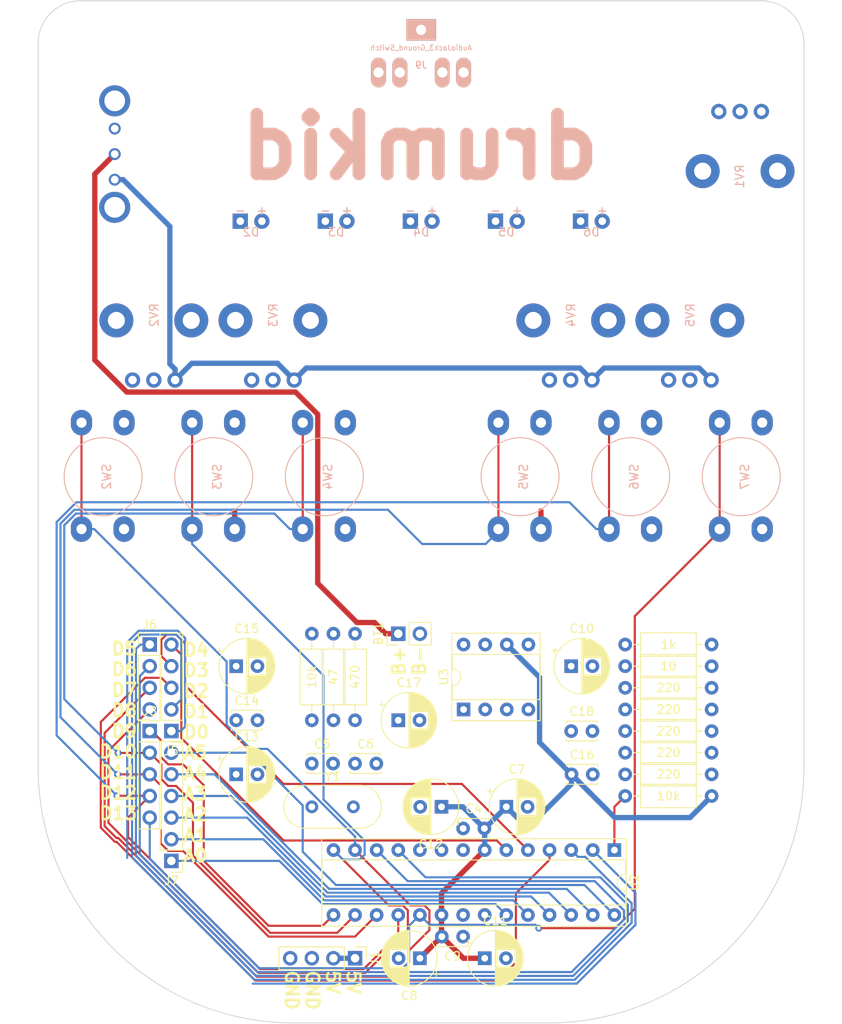
<source format=kicad_pcb>
(kicad_pcb (version 20171130) (host pcbnew "(5.0.1)-3")
  (title_block (title DrumKid) (rev 03) (company "Matt Bradshaw Design") (comment 1 "Author: Matt Bradshaw") (comment 2 "Open source design, feel free to use/modify/whatever"))
  (layers (0 F.Cu signal) (31 B.Cu signal) (34 B.Paste user) (35 F.Paste user) (36 B.SilkS user) (37 F.SilkS user hide) (38 B.Mask user) (39 F.Mask user) (44 Edge.Cuts user))
  (net 0 "")
  (net 1 GND)
  (net 2 "Net-(C10-Pad2)")
  (net 3 "Net-(J9-PadRN)")
  (net 4 "Net-(J9-PadTN)")
  (net 5 +5V)
  (net 6 "Net-(BT1-Pad1)")
  (net 7 "Net-(SW1-Pad3)")
  (net 8 "Net-(R2-Pad1)")
  (net 9 /DIGITAL_2)
  (net 10 "Net-(D2-Pad2)")
  (net 11 "Net-(D3-Pad2)")
  (net 12 /DIGITAL_3)
  (net 13 /DIGITAL_4)
  (net 14 "Net-(D4-Pad2)")
  (net 15 "Net-(D5-Pad2)")
  (net 16 /DIGITAL_5)
  (net 17 "Net-(C13-Pad1)")
  (net 18 "Net-(C14-Pad1)")
  (net 19 "Net-(R10-Pad1)")
  (net 20 "Net-(R9-Pad2)")
  (net 21 "Net-(C18-Pad2)")
  (net 22 /DIGITAL_6)
  (net 23 "Net-(D6-Pad2)")
  (net 24 /DIGITAL_9)
  (net 25 /ANALOG_3)
  (net 26 "Net-(C15-Pad2)")
  (net 27 /ANALOG_1)
  (net 28 /ANALOG_2)
  (net 29 /ANALOG_0)
  (net 30 "Net-(U3-Pad1)")
  (net 31 "Net-(C10-Pad1)")
  (net 32 "Net-(C17-Pad1)")
  (net 33 "Net-(C16-Pad2)")
  (net 34 "Net-(U3-Pad8)")
  (net 35 /DIGITAL_0)
  (net 36 /DIGITAL_10)
  (net 37 /DIGITAL_1)
  (net 38 /DIGITAL_11)
  (net 39 /DIGITAL_12)
  (net 40 /DIGITAL_13)
  (net 41 "Net-(U2-Pad21)")
  (net 42 "Net-(C5-Pad1)")
  (net 43 "Net-(C6-Pad1)")
  (net 44 /DIGITAL_7)
  (net 45 /ANALOG_4)
  (net 46 /DIGITAL_8)
  (net 47 /ANALOG_5)
  (module headphone:EG1206_NOSILK (layer B.Cu) (at 113.993946 60.991091 90)
    (fp_text reference SW1 hide)
    (fp_text value SW_SPDT hide)
    (pad MH2 thru_hole circle (at 9.25 0 90) (size 3.653 3.653) (drill 2.4352) (layers *.Cu *.Mask))
    (pad MH1 thru_hole circle (at -3.25 0 90) (size 3.653 3.653) (drill 2.4352) (layers *.Cu *.Mask))
    (pad 3 thru_hole circle (at 6 0 90) (size 1.4 1.4) (drill 0.9) (layers *.Cu *.Mask) (net 7 "Net-(SW1-Pad3)"))
    (pad 2 thru_hole circle (at 3 0 90) (size 1.4 1.4) (drill 0.9) (layers *.Cu *.Mask) (net 6 "Net-(BT1-Pad1)"))
    (pad 1 thru_hole circle (at 0 0 90) (size 1.4 1.4) (drill 0.9) (layers *.Cu *.Mask) (net 5 +5V))
  )
  (module headphone:R_Axial_DIN0207_L6.3mm_D2.5mm_P10.16mm_Horizontal_VALMOD (layer F.Cu) (at 139.7 124.46 90)
    (fp_text reference R1)
    (fp_text value 47 (at 5.08 0 90) (layer F.SilkS))
    (pad 2 thru_hole oval (at 10.16 0 90) (size 1.6 1.6) (drill 0.8) (layers *.Cu *.Mask) (net 24 /DIGITAL_9))
    (pad 1 thru_hole circle (at 0 0 90) (size 1.6 1.6) (drill 0.8) (layers *.Cu *.Mask) (net 17 "Net-(C13-Pad1)"))
  )
  (module headphone:R_Axial_DIN0207_L6.3mm_D2.5mm_P10.16mm_Horizontal_VALMOD (layer F.Cu) (at 173.99 130.81)
    (fp_text reference R7)
    (fp_text value 220 (at 5.08 0) (layer F.SilkS))
    (pad 2 thru_hole oval (at 10.16 0) (size 1.6 1.6) (drill 0.8) (layers *.Cu *.Mask) (net 22 /DIGITAL_6))
    (pad 1 thru_hole circle (at 0 0) (size 1.6 1.6) (drill 0.8) (layers *.Cu *.Mask) (net 23 "Net-(D6-Pad2)"))
  )
  (module headphone:R_Axial_DIN0207_L6.3mm_D2.5mm_P10.16mm_Horizontal_VALMOD (layer F.Cu) (at 173.99 118.11)
    (fp_text reference R11)
    (fp_text value 10 (at 5.08 0) (layer F.SilkS))
    (pad 2 thru_hole oval (at 10.16 0) (size 1.6 1.6) (drill 0.8) (layers *.Cu *.Mask) (net 1 GND))
    (pad 1 thru_hole circle (at 0 0) (size 1.6 1.6) (drill 0.8) (layers *.Cu *.Mask) (net 21 "Net-(C18-Pad2)"))
  )
  (module headphone:R_Axial_DIN0207_L6.3mm_D2.5mm_P10.16mm_Horizontal_VALMOD (layer F.Cu) (at 173.99 115.57)
    (fp_text reference R10)
    (fp_text value 1k (at 5.08 0) (layer F.SilkS))
    (pad 2 thru_hole oval (at 10.16 0) (size 1.6 1.6) (drill 0.8) (layers *.Cu *.Mask) (net 1 GND))
    (pad 1 thru_hole circle (at 0 0) (size 1.6 1.6) (drill 0.8) (layers *.Cu *.Mask) (net 19 "Net-(R10-Pad1)"))
  )
  (module headphone:R_Axial_DIN0207_L6.3mm_D2.5mm_P10.16mm_Horizontal_VALMOD (layer F.Cu) (at 137.16 124.46 90)
    (fp_text reference R9)
    (fp_text value 10k (at 5.08 0 90) (layer F.SilkS))
    (pad 2 thru_hole oval (at 10.16 0 90) (size 1.6 1.6) (drill 0.8) (layers *.Cu *.Mask) (net 20 "Net-(R9-Pad2)"))
    (pad 1 thru_hole circle (at 0 0 90) (size 1.6 1.6) (drill 0.8) (layers *.Cu *.Mask) (net 19 "Net-(R10-Pad1)"))
  )
  (module headphone:R_Axial_DIN0207_L6.3mm_D2.5mm_P10.16mm_Horizontal_VALMOD (layer F.Cu) (at 142.24 124.46 90)
    (fp_text reference R8)
    (fp_text value 470 (at 5.08 0 90) (layer F.SilkS))
    (pad 2 thru_hole oval (at 10.16 0 90) (size 1.6 1.6) (drill 0.8) (layers *.Cu *.Mask) (net 17 "Net-(C13-Pad1)"))
    (pad 1 thru_hole circle (at 0 0 90) (size 1.6 1.6) (drill 0.8) (layers *.Cu *.Mask) (net 18 "Net-(C14-Pad1)"))
  )
  (module headphone:R_Axial_DIN0207_L6.3mm_D2.5mm_P10.16mm_Horizontal_VALMOD (layer F.Cu) (at 173.99 128.27)
    (fp_text reference R6)
    (fp_text value 220 (at 5.08 0) (layer F.SilkS))
    (pad 2 thru_hole oval (at 10.16 0) (size 1.6 1.6) (drill 0.8) (layers *.Cu *.Mask) (net 16 /DIGITAL_5))
    (pad 1 thru_hole circle (at 0 0) (size 1.6 1.6) (drill 0.8) (layers *.Cu *.Mask) (net 15 "Net-(D5-Pad2)"))
  )
  (module headphone:R_Axial_DIN0207_L6.3mm_D2.5mm_P10.16mm_Horizontal_VALMOD (layer F.Cu) (at 173.99 125.73)
    (fp_text reference R5)
    (fp_text value 220 (at 5.08 0) (layer F.SilkS))
    (pad 2 thru_hole oval (at 10.16 0) (size 1.6 1.6) (drill 0.8) (layers *.Cu *.Mask) (net 13 /DIGITAL_4))
    (pad 1 thru_hole circle (at 0 0) (size 1.6 1.6) (drill 0.8) (layers *.Cu *.Mask) (net 14 "Net-(D4-Pad2)"))
  )
  (module headphone:R_Axial_DIN0207_L6.3mm_D2.5mm_P10.16mm_Horizontal_VALMOD (layer F.Cu) (at 173.99 123.19)
    (fp_text reference R4)
    (fp_text value 220 (at 5.08 0) (layer F.SilkS))
    (pad 2 thru_hole oval (at 10.16 0) (size 1.6 1.6) (drill 0.8) (layers *.Cu *.Mask) (net 12 /DIGITAL_3))
    (pad 1 thru_hole circle (at 0 0) (size 1.6 1.6) (drill 0.8) (layers *.Cu *.Mask) (net 11 "Net-(D3-Pad2)"))
  )
  (module headphone:R_Axial_DIN0207_L6.3mm_D2.5mm_P10.16mm_Horizontal_VALMOD (layer F.Cu) (at 173.99 120.65)
    (fp_text reference R3)
    (fp_text value 220 (at 5.08 0) (layer F.SilkS))
    (pad 2 thru_hole oval (at 10.16 0) (size 1.6 1.6) (drill 0.8) (layers *.Cu *.Mask) (net 9 /DIGITAL_2))
    (pad 1 thru_hole circle (at 0 0) (size 1.6 1.6) (drill 0.8) (layers *.Cu *.Mask) (net 10 "Net-(D2-Pad2)"))
  )
  (module headphone:R_Axial_DIN0207_L6.3mm_D2.5mm_P10.16mm_Horizontal_VALMOD (layer F.Cu) (at 173.99 133.35)
    (fp_text reference R2)
    (fp_text value 10k (at 5.08 0) (layer F.SilkS))
    (pad 2 thru_hole oval (at 10.16 0) (size 1.6 1.6) (drill 0.8) (layers *.Cu *.Mask) (net 5 +5V))
    (pad 1 thru_hole circle (at 0 0) (size 1.6 1.6) (drill 0.8) (layers *.Cu *.Mask) (net 8 "Net-(R2-Pad1)"))
  )
  (module headphone:Potentiometer_Alps_RK09K_Single_Vertical_NOSILK (layer B.Cu) (at 189.993946 52.991091 270)
    (fp_text reference RV1 (at 7.62 2.54 270) (layer B.SilkS) (effects (justify mirror)))
    (fp_text value 10k)
    (pad "" np_thru_hole circle (at 7 -1.9 270) (size 4 4) (drill 2) (layers *.Cu *.Mask))
    (pad "" np_thru_hole circle (at 7 6.9 270) (size 4 4) (drill 2) (layers *.Cu *.Mask))
    (pad 1 thru_hole circle (at 0 0 270) (size 1.8 1.8) (drill 1) (layers *.Cu *.Mask) (net 1 GND))
    (pad 2 thru_hole circle (at 0 2.5 270) (size 1.8 1.8) (drill 1) (layers *.Cu *.Mask) (net 20 "Net-(R9-Pad2)"))
    (pad 3 thru_hole circle (at 0 5 270) (size 1.8 1.8) (drill 1) (layers *.Cu *.Mask) (net 26 "Net-(C15-Pad2)"))
  )
  (module headphone:LED_D5.0mm_NOSILK (layer B.Cu) (at 168.75 65.86729)
    (fp_text reference D6 (at 1.27 1.27) (layer B.SilkS) (effects (justify mirror)))
    (fp_text value LED)
    (fp_text user - (at 0 -1.27) (layer B.SilkS) (effects (justify mirror)))
    (fp_text user + (at 2.54 -1.27) (layer B.SilkS) (effects (justify mirror)))
    (pad 2 thru_hole circle (at 2.54 0) (size 1.8 1.8) (drill 0.9) (layers *.Cu *.Mask) (net 23 "Net-(D6-Pad2)"))
    (pad 1 thru_hole rect (at 0 0) (size 1.8 1.8) (drill 0.9) (layers *.Cu *.Mask) (net 1 GND))
  )
  (module headphone:LED_D5.0mm_NOSILK (layer B.Cu) (at 158.75 65.86729)
    (fp_text reference D5 (at 1.27 1.27) (layer B.SilkS) (effects (justify mirror)))
    (fp_text value LED)
    (fp_text user - (at 0 -1.27) (layer B.SilkS) (effects (justify mirror)))
    (fp_text user + (at 2.54 -1.27) (layer B.SilkS) (effects (justify mirror)))
    (pad 2 thru_hole circle (at 2.54 0) (size 1.8 1.8) (drill 0.9) (layers *.Cu *.Mask) (net 15 "Net-(D5-Pad2)"))
    (pad 1 thru_hole rect (at 0 0) (size 1.8 1.8) (drill 0.9) (layers *.Cu *.Mask) (net 1 GND))
  )
  (module headphone:LED_D5.0mm_NOSILK (layer B.Cu) (at 148.75 65.86729)
    (fp_text reference D4 (at 1.27 1.27) (layer B.SilkS) (effects (justify mirror)))
    (fp_text value LED)
    (fp_text user - (at 0 -1.27) (layer B.SilkS) (effects (justify mirror)))
    (fp_text user + (at 2.54 -1.27) (layer B.SilkS) (effects (justify mirror)))
    (pad 2 thru_hole circle (at 2.54 0) (size 1.8 1.8) (drill 0.9) (layers *.Cu *.Mask) (net 14 "Net-(D4-Pad2)"))
    (pad 1 thru_hole rect (at 0 0) (size 1.8 1.8) (drill 0.9) (layers *.Cu *.Mask) (net 1 GND))
  )
  (module headphone:LED_D5.0mm_NOSILK (layer B.Cu) (at 138.75 65.86729)
    (fp_text reference D3 (at 1.27 1.27) (layer B.SilkS) (effects (justify mirror)))
    (fp_text value LED)
    (fp_text user - (at 0 -1.27) (layer B.SilkS) (effects (justify mirror)))
    (fp_text user + (at 2.54 -1.27) (layer B.SilkS) (effects (justify mirror)))
    (pad 2 thru_hole circle (at 2.54 0) (size 1.8 1.8) (drill 0.9) (layers *.Cu *.Mask) (net 11 "Net-(D3-Pad2)"))
    (pad 1 thru_hole rect (at 0 0) (size 1.8 1.8) (drill 0.9) (layers *.Cu *.Mask) (net 1 GND))
  )
  (module headphone:LED_D5.0mm_NOSILK (layer B.Cu) (at 128.75 65.86729)
    (fp_text reference D2 (at 1.27 1.27) (layer B.SilkS) (effects (justify mirror)))
    (fp_text value LED)
    (fp_text user - (at 0 -1.27) (layer B.SilkS) (effects (justify mirror)))
    (fp_text user + (at 2.54 -1.27) (layer B.SilkS) (effects (justify mirror)))
    (pad 2 thru_hole circle (at 2.54 0) (size 1.8 1.8) (drill 0.9) (layers *.Cu *.Mask) (net 10 "Net-(D2-Pad2)"))
    (pad 1 thru_hole rect (at 0 0) (size 1.8 1.8) (drill 0.9) (layers *.Cu *.Mask) (net 1 GND))
  )
  (module headphone:Tayda_3.5mm_stereo_TRS_jack_A-853_NOSILK (layer B.Cu) (at 150 45 180)
    (fp_text reference J9 (at 0 -2.54 180) (layer B.SilkS) (effects (font (size 0.8 0.8)) (justify mirror)))
    (fp_text value AudioJack3_Ground_Switch (at 0 -0.508 180) (layer B.SilkS) (effects (font (size 0.6 0.6) (thickness 0.1)) (justify mirror)))
    (pad TN thru_hole oval (at -2.5 -3.41 180) (size 1.75 3.5) (drill 1.2) (layers *.Cu *.Mask B.SilkS) (net 4 "Net-(J9-PadTN)"))
    (pad RN thru_hole oval (at 2.5 -3.41 180) (size 1.75 3.5) (drill 1.2) (layers *.Cu *.Mask B.SilkS) (net 3 "Net-(J9-PadRN)"))
    (pad T thru_hole oval (at -5 -3.41 180) (size 1.75 3.5) (drill 1.2) (layers *.Cu *.Mask B.SilkS) (net 2 "Net-(C10-Pad2)"))
    (pad R thru_hole oval (at 5 -3.41 180) (size 1.75 3.5) (drill 1.2) (layers *.Cu *.Mask B.SilkS) (net 2 "Net-(C10-Pad2)"))
    (pad S thru_hole rect (at 0 1.596 180) (size 3.5 2.5) (drill 1.2) (layers *.Cu *.Mask B.SilkS) (net 1 GND))
  )
  (module headphone:Potentiometer_Alps_RK09K_Single_Vertical_NOSILK (layer B.Cu) (at 116.089897 84.51729 90)
    (fp_text reference RV2 (at 7.62 2.54 90) (layer B.SilkS) (effects (justify mirror)))
    (fp_text value R_POT)
    (pad "" np_thru_hole circle (at 7 -1.9 90) (size 4 4) (drill 2) (layers *.Cu *.Mask))
    (pad "" np_thru_hole circle (at 7 6.9 90) (size 4 4) (drill 2) (layers *.Cu *.Mask))
    (pad 1 thru_hole circle (at 0 0 90) (size 1.8 1.8) (drill 1) (layers *.Cu *.Mask) (net 1 GND))
    (pad 2 thru_hole circle (at 0 2.5 90) (size 1.8 1.8) (drill 1) (layers *.Cu *.Mask) (net 29 /ANALOG_0))
    (pad 3 thru_hole circle (at 0 5 90) (size 1.8 1.8) (drill 1) (layers *.Cu *.Mask) (net 5 +5V))
  )
  (module headphone:Potentiometer_Alps_RK09K_Single_Vertical_NOSILK (layer B.Cu) (at 165.089897 84.51729 90)
    (fp_text reference RV4 (at 7.62 2.54 90) (layer B.SilkS) (effects (justify mirror)))
    (fp_text value R_POT)
    (pad "" np_thru_hole circle (at 7 -1.9 90) (size 4 4) (drill 2) (layers *.Cu *.Mask))
    (pad "" np_thru_hole circle (at 7 6.9 90) (size 4 4) (drill 2) (layers *.Cu *.Mask))
    (pad 1 thru_hole circle (at 0 0 90) (size 1.8 1.8) (drill 1) (layers *.Cu *.Mask) (net 1 GND))
    (pad 2 thru_hole circle (at 0 2.5 90) (size 1.8 1.8) (drill 1) (layers *.Cu *.Mask) (net 28 /ANALOG_2))
    (pad 3 thru_hole circle (at 0 5 90) (size 1.8 1.8) (drill 1) (layers *.Cu *.Mask) (net 5 +5V))
  )
  (module headphone:Potentiometer_Alps_RK09K_Single_Vertical_NOSILK (layer B.Cu) (at 130.089897 84.51729 90)
    (fp_text reference RV3 (at 7.62 2.54 90) (layer B.SilkS) (effects (justify mirror)))
    (fp_text value R_POT)
    (pad "" np_thru_hole circle (at 7 -1.9 90) (size 4 4) (drill 2) (layers *.Cu *.Mask))
    (pad "" np_thru_hole circle (at 7 6.9 90) (size 4 4) (drill 2) (layers *.Cu *.Mask))
    (pad 1 thru_hole circle (at 0 0 90) (size 1.8 1.8) (drill 1) (layers *.Cu *.Mask) (net 1 GND))
    (pad 2 thru_hole circle (at 0 2.5 90) (size 1.8 1.8) (drill 1) (layers *.Cu *.Mask) (net 27 /ANALOG_1))
    (pad 3 thru_hole circle (at 0 5 90) (size 1.8 1.8) (drill 1) (layers *.Cu *.Mask) (net 5 +5V))
  )
  (module headphone:Potentiometer_Alps_RK09K_Single_Vertical_NOSILK (layer B.Cu) (at 179.089897 84.51729 90)
    (fp_text reference RV5 (at 7.62 2.54 90) (layer B.SilkS) (effects (justify mirror)))
    (fp_text value R_POT)
    (pad "" np_thru_hole circle (at 7 -1.9 90) (size 4 4) (drill 2) (layers *.Cu *.Mask))
    (pad "" np_thru_hole circle (at 7 6.9 90) (size 4 4) (drill 2) (layers *.Cu *.Mask))
    (pad 1 thru_hole circle (at 0 0 90) (size 1.8 1.8) (drill 1) (layers *.Cu *.Mask) (net 1 GND))
    (pad 2 thru_hole circle (at 0 2.5 90) (size 1.8 1.8) (drill 1) (layers *.Cu *.Mask) (net 25 /ANALOG_3))
    (pad 3 thru_hole circle (at 0 5 90) (size 1.8 1.8) (drill 1) (layers *.Cu *.Mask) (net 5 +5V))
  )
  (module headphone:SW_PUSH-12mm_Wuerth-430476085716_NOSILK (layer B.Cu) (at 110.089897 89.51729 270)
    (fp_text reference SW2 (at 6.35 -2.96 270) (layer B.SilkS) (effects (justify mirror)))
    (fp_text value SW_Push)
    (pad 1 thru_hole oval (at 12.5 0 270) (size 3 2.5) (drill 1.2) (layers *.Cu *.Mask) (net 44 /DIGITAL_7))
    (pad 2 thru_hole oval (at 12.5 -5 270) (size 3 2.5) (drill 1.2) (layers *.Cu *.Mask) (net 1 GND))
    (pad 1 thru_hole oval (at 0 0 270) (size 3 2.5) (drill 1.2) (layers *.Cu *.Mask) (net 44 /DIGITAL_7))
    (pad 2 thru_hole oval (at 0 -5 270) (size 3 2.5) (drill 1.2) (layers *.Cu *.Mask) (net 1 GND))
  )
  (module headphone:SW_PUSH-12mm_Wuerth-430476085716_NOSILK (layer B.Cu) (at 185.089897 89.51729 270)
    (fp_text reference SW7 (at 6.35 -2.96 270) (layer B.SilkS) (effects (justify mirror)))
    (fp_text value SW_Push)
    (pad 1 thru_hole oval (at 12.5 0 270) (size 3 2.5) (drill 1.2) (layers *.Cu *.Mask) (net 40 /DIGITAL_13))
    (pad 2 thru_hole oval (at 12.5 -5 270) (size 3 2.5) (drill 1.2) (layers *.Cu *.Mask) (net 1 GND))
    (pad 1 thru_hole oval (at 0 0 270) (size 3 2.5) (drill 1.2) (layers *.Cu *.Mask) (net 40 /DIGITAL_13))
    (pad 2 thru_hole oval (at 0 -5 270) (size 3 2.5) (drill 1.2) (layers *.Cu *.Mask) (net 1 GND))
  )
  (module headphone:SW_PUSH-12mm_Wuerth-430476085716_NOSILK (layer B.Cu) (at 172.089897 89.51729 270)
    (fp_text reference SW6 (at 6.35 -2.96 270) (layer B.SilkS) (effects (justify mirror)))
    (fp_text value SW_Push)
    (pad 1 thru_hole oval (at 12.5 0 270) (size 3 2.5) (drill 1.2) (layers *.Cu *.Mask) (net 39 /DIGITAL_12))
    (pad 2 thru_hole oval (at 12.5 -5 270) (size 3 2.5) (drill 1.2) (layers *.Cu *.Mask) (net 1 GND))
    (pad 1 thru_hole oval (at 0 0 270) (size 3 2.5) (drill 1.2) (layers *.Cu *.Mask) (net 39 /DIGITAL_12))
    (pad 2 thru_hole oval (at 0 -5 270) (size 3 2.5) (drill 1.2) (layers *.Cu *.Mask) (net 1 GND))
  )
  (module headphone:SW_PUSH-12mm_Wuerth-430476085716_NOSILK (layer B.Cu) (at 159.089897 89.51729 270)
    (fp_text reference SW5 (at 6.35 -2.96 270) (layer B.SilkS) (effects (justify mirror)))
    (fp_text value SW_Push)
    (pad 1 thru_hole oval (at 12.5 0 270) (size 3 2.5) (drill 1.2) (layers *.Cu *.Mask) (net 38 /DIGITAL_11))
    (pad 2 thru_hole oval (at 12.5 -5 270) (size 3 2.5) (drill 1.2) (layers *.Cu *.Mask) (net 1 GND))
    (pad 1 thru_hole oval (at 0 0 270) (size 3 2.5) (drill 1.2) (layers *.Cu *.Mask) (net 38 /DIGITAL_11))
    (pad 2 thru_hole oval (at 0 -5 270) (size 3 2.5) (drill 1.2) (layers *.Cu *.Mask) (net 1 GND))
  )
  (module headphone:SW_PUSH-12mm_Wuerth-430476085716_NOSILK (layer B.Cu) (at 136.089897 89.51729 270)
    (fp_text reference SW4 (at 6.35 -2.96 270) (layer B.SilkS) (effects (justify mirror)))
    (fp_text value SW_Push)
    (pad 1 thru_hole oval (at 12.5 0 270) (size 3 2.5) (drill 1.2) (layers *.Cu *.Mask) (net 36 /DIGITAL_10))
    (pad 2 thru_hole oval (at 12.5 -5 270) (size 3 2.5) (drill 1.2) (layers *.Cu *.Mask) (net 1 GND))
    (pad 1 thru_hole oval (at 0 0 270) (size 3 2.5) (drill 1.2) (layers *.Cu *.Mask) (net 36 /DIGITAL_10))
    (pad 2 thru_hole oval (at 0 -5 270) (size 3 2.5) (drill 1.2) (layers *.Cu *.Mask) (net 1 GND))
  )
  (module headphone:SW_PUSH-12mm_Wuerth-430476085716_NOSILK (layer B.Cu) (at 123.089897 89.51729 270)
    (fp_text reference SW3 (at 6.35 -2.96 270) (layer B.SilkS) (effects (justify mirror)))
    (fp_text value SW_Push)
    (pad 1 thru_hole oval (at 12.5 0 270) (size 3 2.5) (drill 1.2) (layers *.Cu *.Mask) (net 46 /DIGITAL_8))
    (pad 2 thru_hole oval (at 12.5 -5 270) (size 3 2.5) (drill 1.2) (layers *.Cu *.Mask) (net 1 GND))
    (pad 1 thru_hole oval (at 0 0 270) (size 3 2.5) (drill 1.2) (layers *.Cu *.Mask) (net 46 /DIGITAL_8))
    (pad 2 thru_hole oval (at 0 -5 270) (size 3 2.5) (drill 1.2) (layers *.Cu *.Mask) (net 1 GND))
  )
  (module Capacitor_THT:CP_Radial_D6.3mm_P2.50mm (layer F.Cu) (at 167.64 118.11)
    (fp_text reference C10 (at 1.25 -4.4) (layer F.SilkS))
    (fp_text value 220uF)
    (pad 2 thru_hole circle (at 2.5 0) (size 1.6 1.6) (drill 0.8) (layers *.Cu *.Mask) (net 2 "Net-(C10-Pad2)"))
    (pad 1 thru_hole rect (at 0 0) (size 1.6 1.6) (drill 0.8) (layers *.Cu *.Mask) (net 31 "Net-(C10-Pad1)"))
  )
  (module MountingHole:MountingHole_3.2mm_M3 (layer F.Cu) (at 150 100.791091)
    (fp_text reference REF** hide)
    (fp_text value MountingHole_3.2mm_M3)
    (pad 1 np_thru_hole circle (at 0 0) (size 3.2 3.2) (drill 3.2) (layers *.Cu *.Mask))
  )
  (module Connector_PinHeader_2.54mm:PinHeader_1x02_P2.54mm_Vertical (layer F.Cu) (at 147.32 114.3 90)
    (fp_text reference BT1 (at 0 -2.33 90) (layer F.SilkS))
    (fp_text value Battery)
    (pad 1 thru_hole rect (at 0 0 90) (size 1.7 1.7) (drill 1) (layers *.Cu *.Mask) (net 6 "Net-(BT1-Pad1)"))
    (pad 2 thru_hole oval (at 0 2.54 90) (size 1.7 1.7) (drill 1) (layers *.Cu *.Mask) (net 1 GND))
  )
  (module Capacitor_THT:CP_Radial_D6.3mm_P2.50mm (layer F.Cu) (at 149.86 152.4 180)
    (fp_text reference C8 (at 1.25 -4.4 180) (layer F.SilkS))
    (fp_text value CP)
    (pad 2 thru_hole circle (at 2.5 0 180) (size 1.6 1.6) (drill 0.8) (layers *.Cu *.Mask) (net 1 GND))
    (pad 1 thru_hole rect (at 0 0 180) (size 1.6 1.6) (drill 0.8) (layers *.Cu *.Mask) (net 5 +5V))
  )
  (module Capacitor_THT:CP_Radial_D6.3mm_P2.50mm (layer F.Cu) (at 147.32 124.46)
    (fp_text reference C17 (at 1.25 -4.4) (layer F.SilkS))
    (fp_text value 10uF)
    (pad 1 thru_hole rect (at 0 0) (size 1.6 1.6) (drill 0.8) (layers *.Cu *.Mask) (net 32 "Net-(C17-Pad1)"))
    (pad 2 thru_hole circle (at 2.5 0) (size 1.6 1.6) (drill 0.8) (layers *.Cu *.Mask) (net 1 GND))
  )
  (module Capacitor_THT:CP_Radial_D6.3mm_P2.50mm (layer F.Cu) (at 128.27 130.81)
    (fp_text reference C13 (at 1.25 -4.4) (layer F.SilkS))
    (fp_text value 2.2uF)
    (pad 2 thru_hole circle (at 2.5 0) (size 1.6 1.6) (drill 0.8) (layers *.Cu *.Mask) (net 1 GND))
    (pad 1 thru_hole rect (at 0 0) (size 1.6 1.6) (drill 0.8) (layers *.Cu *.Mask) (net 17 "Net-(C13-Pad1)"))
  )
  (module Capacitor_THT:CP_Radial_D6.3mm_P2.50mm (layer F.Cu) (at 152.4 134.62 180)
    (fp_text reference C12 (at 1.25 -4.4 180) (layer F.SilkS))
    (fp_text value CP)
    (pad 1 thru_hole rect (at 0 0 180) (size 1.6 1.6) (drill 0.8) (layers *.Cu *.Mask) (net 5 +5V))
    (pad 2 thru_hole circle (at 2.5 0 180) (size 1.6 1.6) (drill 0.8) (layers *.Cu *.Mask) (net 1 GND))
  )
  (module Capacitor_THT:CP_Radial_D6.3mm_P2.50mm (layer F.Cu) (at 157.48 152.4)
    (fp_text reference C11 (at 1.25 -4.4) (layer F.SilkS))
    (fp_text value CP)
    (pad 2 thru_hole circle (at 2.5 0) (size 1.6 1.6) (drill 0.8) (layers *.Cu *.Mask) (net 1 GND))
    (pad 1 thru_hole rect (at 0 0) (size 1.6 1.6) (drill 0.8) (layers *.Cu *.Mask) (net 5 +5V))
  )
  (module Capacitor_THT:CP_Radial_D6.3mm_P2.50mm (layer F.Cu) (at 160.02 134.62)
    (fp_text reference C7 (at 1.25 -4.4) (layer F.SilkS))
    (fp_text value CP)
    (pad 1 thru_hole rect (at 0 0) (size 1.6 1.6) (drill 0.8) (layers *.Cu *.Mask) (net 5 +5V))
    (pad 2 thru_hole circle (at 2.5 0) (size 1.6 1.6) (drill 0.8) (layers *.Cu *.Mask) (net 1 GND))
  )
  (module Capacitor_THT:CP_Radial_D6.3mm_P2.50mm (layer F.Cu) (at 128.27 118.11)
    (fp_text reference C15 (at 1.25 -4.4) (layer F.SilkS))
    (fp_text value 10uF)
    (pad 1 thru_hole rect (at 0 0) (size 1.6 1.6) (drill 0.8) (layers *.Cu *.Mask) (net 18 "Net-(C14-Pad1)"))
    (pad 2 thru_hole circle (at 2.5 0) (size 1.6 1.6) (drill 0.8) (layers *.Cu *.Mask) (net 26 "Net-(C15-Pad2)"))
  )
  (module Capacitor_THT:C_Disc_D3.4mm_W2.1mm_P2.50mm (layer F.Cu) (at 154.94 149.86 180)
    (fp_text reference C9 (at 1.25 -2.3 180) (layer F.SilkS))
    (fp_text value C)
    (pad 1 thru_hole circle (at 0 0 180) (size 1.6 1.6) (drill 0.8) (layers *.Cu *.Mask) (net 1 GND))
    (pad 2 thru_hole circle (at 2.5 0 180) (size 1.6 1.6) (drill 0.8) (layers *.Cu *.Mask) (net 5 +5V))
  )
  (module Capacitor_THT:C_Disc_D3.4mm_W2.1mm_P2.50mm (layer F.Cu) (at 142.24 129.54)
    (fp_text reference C6 (at 1.25 -2.3) (layer F.SilkS))
    (fp_text value 22pF)
    (pad 2 thru_hole circle (at 2.5 0) (size 1.6 1.6) (drill 0.8) (layers *.Cu *.Mask) (net 1 GND))
    (pad 1 thru_hole circle (at 0 0) (size 1.6 1.6) (drill 0.8) (layers *.Cu *.Mask) (net 43 "Net-(C6-Pad1)"))
  )
  (module Capacitor_THT:C_Disc_D3.4mm_W2.1mm_P2.50mm (layer F.Cu) (at 128.27 124.46)
    (fp_text reference C14 (at 1.25 -2.3) (layer F.SilkS))
    (fp_text value 220nF)
    (pad 1 thru_hole circle (at 0 0) (size 1.6 1.6) (drill 0.8) (layers *.Cu *.Mask) (net 18 "Net-(C14-Pad1)"))
    (pad 2 thru_hole circle (at 2.5 0) (size 1.6 1.6) (drill 0.8) (layers *.Cu *.Mask) (net 1 GND))
  )
  (module Capacitor_THT:C_Disc_D3.4mm_W2.1mm_P2.50mm (layer F.Cu) (at 137.16 129.54)
    (fp_text reference C5 (at 1.25 -2.3) (layer F.SilkS))
    (fp_text value 22pF)
    (pad 2 thru_hole circle (at 2.5 0) (size 1.6 1.6) (drill 0.8) (layers *.Cu *.Mask) (net 1 GND))
    (pad 1 thru_hole circle (at 0 0) (size 1.6 1.6) (drill 0.8) (layers *.Cu *.Mask) (net 42 "Net-(C5-Pad1)"))
  )
  (module Capacitor_THT:C_Disc_D3.4mm_W2.1mm_P2.50mm (layer F.Cu) (at 167.68 130.81)
    (fp_text reference C16 (at 1.25 -2.3) (layer F.SilkS))
    (fp_text value 100nF)
    (pad 1 thru_hole circle (at 0 0) (size 1.6 1.6) (drill 0.8) (layers *.Cu *.Mask) (net 5 +5V))
    (pad 2 thru_hole circle (at 2.5 0) (size 1.6 1.6) (drill 0.8) (layers *.Cu *.Mask) (net 33 "Net-(C16-Pad2)"))
  )
  (module Capacitor_THT:C_Disc_D3.4mm_W2.1mm_P2.50mm (layer F.Cu) (at 154.94 137.16)
    (fp_text reference C4 (at 1.25 -2.3) (layer F.SilkS))
    (fp_text value C)
    (pad 2 thru_hole circle (at 2.5 0) (size 1.6 1.6) (drill 0.8) (layers *.Cu *.Mask) (net 5 +5V))
    (pad 1 thru_hole circle (at 0 0) (size 1.6 1.6) (drill 0.8) (layers *.Cu *.Mask) (net 1 GND))
  )
  (module Capacitor_THT:C_Disc_D3.4mm_W2.1mm_P2.50mm (layer F.Cu) (at 167.64 125.73)
    (fp_text reference C18 (at 1.25 -2.3) (layer F.SilkS))
    (fp_text value 100nF)
    (pad 1 thru_hole circle (at 0 0) (size 1.6 1.6) (drill 0.8) (layers *.Cu *.Mask) (net 31 "Net-(C10-Pad1)"))
    (pad 2 thru_hole circle (at 2.5 0) (size 1.6 1.6) (drill 0.8) (layers *.Cu *.Mask) (net 21 "Net-(C18-Pad2)"))
  )
  (module Connector_PinHeader_2.54mm:PinHeader_1x04_P2.54mm_Vertical (layer F.Cu) (at 142.24 152.4 270)
    (fp_text reference J1 (at 0 -2.33 270) (layer F.SilkS))
    (fp_text value Conn_01x04_Female)
    (pad 4 thru_hole oval (at 0 7.62 270) (size 1.7 1.7) (drill 1) (layers *.Cu *.Mask) (net 1 GND))
    (pad 3 thru_hole oval (at 0 5.08 270) (size 1.7 1.7) (drill 1) (layers *.Cu *.Mask) (net 1 GND))
    (pad 2 thru_hole oval (at 0 2.54 270) (size 1.7 1.7) (drill 1) (layers *.Cu *.Mask) (net 5 +5V))
    (pad 1 thru_hole rect (at 0 0 270) (size 1.7 1.7) (drill 1) (layers *.Cu *.Mask) (net 5 +5V))
  )
  (module Connector_PinHeader_2.54mm:PinHeader_1x04_P2.54mm_Vertical (layer F.Cu) (at 118.11 115.57)
    (fp_text reference J6 (at 0 -2.33) (layer F.SilkS))
    (fp_text value Conn_01x04_Female)
    (pad 1 thru_hole rect (at 0 0) (size 1.7 1.7) (drill 1) (layers *.Cu *.Mask) (net 16 /DIGITAL_5))
    (pad 2 thru_hole oval (at 0 2.54) (size 1.7 1.7) (drill 1) (layers *.Cu *.Mask) (net 22 /DIGITAL_6))
    (pad 3 thru_hole oval (at 0 5.08) (size 1.7 1.7) (drill 1) (layers *.Cu *.Mask) (net 44 /DIGITAL_7))
    (pad 4 thru_hole oval (at 0 7.62) (size 1.7 1.7) (drill 1) (layers *.Cu *.Mask) (net 46 /DIGITAL_8))
  )
  (module Connector_PinHeader_2.54mm:PinHeader_1x05_P2.54mm_Vertical (layer F.Cu) (at 118.11 125.73)
    (fp_text reference J8 (at 0 -2.33) (layer F.SilkS))
    (fp_text value Conn_01x05_Female)
    (pad 5 thru_hole oval (at 0 10.16) (size 1.7 1.7) (drill 1) (layers *.Cu *.Mask) (net 40 /DIGITAL_13))
    (pad 4 thru_hole oval (at 0 7.62) (size 1.7 1.7) (drill 1) (layers *.Cu *.Mask) (net 39 /DIGITAL_12))
    (pad 3 thru_hole oval (at 0 5.08) (size 1.7 1.7) (drill 1) (layers *.Cu *.Mask) (net 38 /DIGITAL_11))
    (pad 2 thru_hole oval (at 0 2.54) (size 1.7 1.7) (drill 1) (layers *.Cu *.Mask) (net 36 /DIGITAL_10))
    (pad 1 thru_hole rect (at 0 0) (size 1.7 1.7) (drill 1) (layers *.Cu *.Mask) (net 24 /DIGITAL_9))
  )
  (module Connector_PinHeader_2.54mm:PinHeader_1x05_P2.54mm_Vertical (layer F.Cu) (at 120.65 125.73 180)
    (fp_text reference J5 (at 0 -2.33 180) (layer F.SilkS))
    (fp_text value Conn_01x05_Female)
    (pad 1 thru_hole rect (at 0 0 180) (size 1.7 1.7) (drill 1) (layers *.Cu *.Mask) (net 35 /DIGITAL_0))
    (pad 2 thru_hole oval (at 0 2.54 180) (size 1.7 1.7) (drill 1) (layers *.Cu *.Mask) (net 37 /DIGITAL_1))
    (pad 3 thru_hole oval (at 0 5.08 180) (size 1.7 1.7) (drill 1) (layers *.Cu *.Mask) (net 9 /DIGITAL_2))
    (pad 4 thru_hole oval (at 0 7.62 180) (size 1.7 1.7) (drill 1) (layers *.Cu *.Mask) (net 12 /DIGITAL_3))
    (pad 5 thru_hole oval (at 0 10.16 180) (size 1.7 1.7) (drill 1) (layers *.Cu *.Mask) (net 13 /DIGITAL_4))
  )
  (module Connector_PinHeader_2.54mm:PinHeader_1x06_P2.54mm_Vertical (layer F.Cu) (at 120.65 140.97 180)
    (fp_text reference J7 (at 0 -2.33 180) (layer F.SilkS))
    (fp_text value Conn_01x06_Female)
    (pad 1 thru_hole rect (at 0 0 180) (size 1.7 1.7) (drill 1) (layers *.Cu *.Mask) (net 29 /ANALOG_0))
    (pad 2 thru_hole oval (at 0 2.54 180) (size 1.7 1.7) (drill 1) (layers *.Cu *.Mask) (net 27 /ANALOG_1))
    (pad 3 thru_hole oval (at 0 5.08 180) (size 1.7 1.7) (drill 1) (layers *.Cu *.Mask) (net 28 /ANALOG_2))
    (pad 4 thru_hole oval (at 0 7.62 180) (size 1.7 1.7) (drill 1) (layers *.Cu *.Mask) (net 25 /ANALOG_3))
    (pad 5 thru_hole oval (at 0 10.16 180) (size 1.7 1.7) (drill 1) (layers *.Cu *.Mask) (net 45 /ANALOG_4))
    (pad 6 thru_hole oval (at 0 12.7 180) (size 1.7 1.7) (drill 1) (layers *.Cu *.Mask) (net 47 /ANALOG_5))
  )
  (module Crystal:Crystal_HC49-4H_Vertical (layer F.Cu) (at 137.16 134.62)
    (fp_text reference Y1 (at 2.44 -3.525) (layer F.SilkS))
    (fp_text value Crystal)
    (pad 1 thru_hole circle (at 0 0) (size 1.5 1.5) (drill 0.8) (layers *.Cu *.Mask) (net 42 "Net-(C5-Pad1)"))
    (pad 2 thru_hole circle (at 4.88 0) (size 1.5 1.5) (drill 0.8) (layers *.Cu *.Mask) (net 43 "Net-(C6-Pad1)"))
  )
  (module Package_DIP:DIP-28_W7.62mm_Socket (layer F.Cu) (at 172.72 139.7 270)
    (fp_text reference U2 (at 3.81 -2.33 270) (layer F.SilkS))
    (fp_text value ATmega328P-PU)
    (pad 1 thru_hole rect (at 0 0 270) (size 1.6 1.6) (drill 0.8) (layers *.Cu *.Mask) (net 8 "Net-(R2-Pad1)"))
    (pad 15 thru_hole oval (at 7.62 33.02 270) (size 1.6 1.6) (drill 0.8) (layers *.Cu *.Mask) (net 24 /DIGITAL_9))
    (pad 2 thru_hole oval (at 0 2.54 270) (size 1.6 1.6) (drill 0.8) (layers *.Cu *.Mask) (net 35 /DIGITAL_0))
    (pad 16 thru_hole oval (at 7.62 30.48 270) (size 1.6 1.6) (drill 0.8) (layers *.Cu *.Mask) (net 36 /DIGITAL_10))
    (pad 3 thru_hole oval (at 0 5.08 270) (size 1.6 1.6) (drill 0.8) (layers *.Cu *.Mask) (net 37 /DIGITAL_1))
    (pad 17 thru_hole oval (at 7.62 27.94 270) (size 1.6 1.6) (drill 0.8) (layers *.Cu *.Mask) (net 38 /DIGITAL_11))
    (pad 4 thru_hole oval (at 0 7.62 270) (size 1.6 1.6) (drill 0.8) (layers *.Cu *.Mask) (net 9 /DIGITAL_2))
    (pad 18 thru_hole oval (at 7.62 25.4 270) (size 1.6 1.6) (drill 0.8) (layers *.Cu *.Mask) (net 39 /DIGITAL_12))
    (pad 5 thru_hole oval (at 0 10.16 270) (size 1.6 1.6) (drill 0.8) (layers *.Cu *.Mask) (net 12 /DIGITAL_3))
    (pad 19 thru_hole oval (at 7.62 22.86 270) (size 1.6 1.6) (drill 0.8) (layers *.Cu *.Mask) (net 40 /DIGITAL_13))
    (pad 6 thru_hole oval (at 0 12.7 270) (size 1.6 1.6) (drill 0.8) (layers *.Cu *.Mask) (net 13 /DIGITAL_4))
    (pad 20 thru_hole oval (at 7.62 20.32 270) (size 1.6 1.6) (drill 0.8) (layers *.Cu *.Mask) (net 5 +5V))
    (pad 7 thru_hole oval (at 0 15.24 270) (size 1.6 1.6) (drill 0.8) (layers *.Cu *.Mask) (net 5 +5V))
    (pad 21 thru_hole oval (at 7.62 17.78 270) (size 1.6 1.6) (drill 0.8) (layers *.Cu *.Mask) (net 41 "Net-(U2-Pad21)"))
    (pad 8 thru_hole oval (at 0 17.78 270) (size 1.6 1.6) (drill 0.8) (layers *.Cu *.Mask) (net 1 GND))
    (pad 22 thru_hole oval (at 7.62 15.24 270) (size 1.6 1.6) (drill 0.8) (layers *.Cu *.Mask) (net 1 GND))
    (pad 9 thru_hole oval (at 0 20.32 270) (size 1.6 1.6) (drill 0.8) (layers *.Cu *.Mask) (net 42 "Net-(C5-Pad1)"))
    (pad 23 thru_hole oval (at 7.62 12.7 270) (size 1.6 1.6) (drill 0.8) (layers *.Cu *.Mask) (net 29 /ANALOG_0))
    (pad 10 thru_hole oval (at 0 22.86 270) (size 1.6 1.6) (drill 0.8) (layers *.Cu *.Mask) (net 43 "Net-(C6-Pad1)"))
    (pad 24 thru_hole oval (at 7.62 10.16 270) (size 1.6 1.6) (drill 0.8) (layers *.Cu *.Mask) (net 27 /ANALOG_1))
    (pad 11 thru_hole oval (at 0 25.4 270) (size 1.6 1.6) (drill 0.8) (layers *.Cu *.Mask) (net 16 /DIGITAL_5))
    (pad 25 thru_hole oval (at 7.62 7.62 270) (size 1.6 1.6) (drill 0.8) (layers *.Cu *.Mask) (net 28 /ANALOG_2))
    (pad 12 thru_hole oval (at 0 27.94 270) (size 1.6 1.6) (drill 0.8) (layers *.Cu *.Mask) (net 22 /DIGITAL_6))
    (pad 26 thru_hole oval (at 7.62 5.08 270) (size 1.6 1.6) (drill 0.8) (layers *.Cu *.Mask) (net 25 /ANALOG_3))
    (pad 13 thru_hole oval (at 0 30.48 270) (size 1.6 1.6) (drill 0.8) (layers *.Cu *.Mask) (net 44 /DIGITAL_7))
    (pad 27 thru_hole oval (at 7.62 2.54 270) (size 1.6 1.6) (drill 0.8) (layers *.Cu *.Mask) (net 45 /ANALOG_4))
    (pad 14 thru_hole oval (at 0 33.02 270) (size 1.6 1.6) (drill 0.8) (layers *.Cu *.Mask) (net 46 /DIGITAL_8))
    (pad 28 thru_hole oval (at 7.62 0 270) (size 1.6 1.6) (drill 0.8) (layers *.Cu *.Mask) (net 47 /ANALOG_5))
  )
  (module Package_DIP:DIP-8_W7.62mm_Socket (layer F.Cu) (at 154.993946 123.19 90)
    (fp_text reference U3 (at 3.81 -2.33 90) (layer F.SilkS))
    (fp_text value LM386)
    (pad 1 thru_hole rect (at 0 0 90) (size 1.6 1.6) (drill 0.8) (layers *.Cu *.Mask) (net 30 "Net-(U3-Pad1)"))
    (pad 5 thru_hole oval (at 7.62 7.62 90) (size 1.6 1.6) (drill 0.8) (layers *.Cu *.Mask) (net 31 "Net-(C10-Pad1)"))
    (pad 2 thru_hole oval (at 0 2.54 90) (size 1.6 1.6) (drill 0.8) (layers *.Cu *.Mask) (net 1 GND))
    (pad 6 thru_hole oval (at 7.62 5.08 90) (size 1.6 1.6) (drill 0.8) (layers *.Cu *.Mask) (net 5 +5V))
    (pad 3 thru_hole oval (at 0 5.08 90) (size 1.6 1.6) (drill 0.8) (layers *.Cu *.Mask) (net 19 "Net-(R10-Pad1)"))
    (pad 7 thru_hole oval (at 7.62 2.54 90) (size 1.6 1.6) (drill 0.8) (layers *.Cu *.Mask) (net 32 "Net-(C17-Pad1)"))
    (pad 4 thru_hole oval (at 0 7.62 90) (size 1.6 1.6) (drill 0.8) (layers *.Cu *.Mask) (net 33 "Net-(C16-Pad2)"))
    (pad 8 thru_hole oval (at 7.62 0 90) (size 1.6 1.6) (drill 0.8) (layers *.Cu *.Mask) (net 34 "Net-(U3-Pad8)"))
  )
  (module MountingHole:MountingHole_3.2mm_M3 (layer F.Cu) (at 109.993946 44.991091)
    (fp_text reference REF** hide)
    (fp_text value MountingHole_3.2mm_M3)
    (pad 1 np_thru_hole circle (at 0 0) (size 3.2 3.2) (drill 3.2) (layers *.Cu *.Mask))
  )
  (module MountingHole:MountingHole_3.2mm_M3 (layer F.Cu) (at 189.993946 44.991091)
    (fp_text reference REF** hide)
    (fp_text value MountingHole_3.2mm_M3)
    (pad 1 np_thru_hole circle (at 0 0) (size 3.2 3.2) (drill 3.2) (layers *.Cu *.Mask))
  )
  (module MountingHole:MountingHole_3.2mm_M3 (layer F.Cu) (at 119.993946 149.991091)
    (fp_text reference REF** hide)
    (fp_text value MountingHole_3.2mm_M3)
    (pad 1 np_thru_hole circle (at 0 0) (size 3.2 3.2) (drill 3.2) (layers *.Cu *.Mask))
  )
  (module MountingHole:MountingHole_3.2mm_M3 (layer F.Cu) (at 179.993946 149.991091)
    (fp_text reference REF** hide)
    (fp_text value MountingHole_3.2mm_M3)
    (pad 1 np_thru_hole circle (at 0 0) (size 3.2 3.2) (drill 3.2) (layers *.Cu *.Mask))
  )
  (module MountingHole:MountingHole_3.2mm_M3 (layer F.Cu) (at 109.993946 119.991091)
    (fp_text reference REF** hide)
    (fp_text value MountingHole_3.2mm_M3)
    (pad 1 np_thru_hole circle (at 0 0) (size 3.2 3.2) (drill 3.2) (layers *.Cu *.Mask))
  )
  (module MountingHole:MountingHole_3.2mm_M3 (layer F.Cu) (at 189.993946 119.991091)
    (fp_text reference REF** hide)
    (fp_text value MountingHole_3.2mm_M3)
    (pad 1 np_thru_hole circle (at 0 0) (size 3.2 3.2) (drill 3.2) (layers *.Cu *.Mask))
  )
  (module MountingHole:MountingHole_3.2mm_M3 (layer F.Cu) (at 150 77.291091)
    (fp_text reference REF** hide)
    (fp_text value MountingHole_3.2mm_M3)
    (pad 1 np_thru_hole circle (at 0 0) (size 3.2 3.2) (drill 3.2) (layers *.Cu *.Mask))
  )
  (gr_text drumkid (at 149.86 57.15) (layer B.SilkS) (effects (font (size 7 7) (thickness 1.5)) (justify mirror)))
  (gr_text "B+\nB-" (at 148.59 119.38 90) (layer F.SilkS) (effects (font (size 1.5 1.5) (thickness 0.3)) (justify left)))
  (gr_text "5V\n5V\nGND\nGND" (at 138.43 153.67 270) (layer F.SilkS) (effects (font (size 1.5 1.5) (thickness 0.3)) (justify left)))
  (gr_text "D4\nD3\nD2\nD1\nD0\nA5\nA4\nA3\nA2\nA1\nA0" (at 121.92 128.27) (layer F.SilkS) (effects (font (size 1.5 1.5) (thickness 0.3)) (justify left)))
  (gr_text "D5\nD6\nD7\nD8\nD9\nD10\nD11\nD12\nD13" (at 116.78 125.73) (layer F.SilkS) (effects (font (size 1.5 1.5) (thickness 0.3)) (justify right)))
  (gr_line (start 134.993946 159.991091) (end 164.993946 159.991091) (layer Edge.Cuts) (width 0.1))
  (gr_arc (start 164.993946 129.991091) (end 164.993946 159.991091) (angle -90) (layer Edge.Cuts) (width 0.1))
  (gr_arc (start 134.993946 129.991091) (end 104.993946 129.991091) (angle -90) (layer Edge.Cuts) (width 0.1))
  (gr_arc (start 189.993946 44.991091) (end 194.993946 44.991091) (angle -90) (layer Edge.Cuts) (width 0.1))
  (gr_arc (start 109.993946 44.991091) (end 109.993946 39.991091) (angle -90) (layer Edge.Cuts) (width 0.1))
  (gr_line (start 194.993946 44.991091) (end 194.993946 129.991091) (layer Edge.Cuts) (width 0.1))
  (gr_line (start 109.993946 39.991091) (end 189.993946 39.991091) (layer Edge.Cuts) (width 0.1))
  (gr_line (start 104.993946 44.991091) (end 104.993946 129.991091) (layer Edge.Cuts) (width 0.1))
  (segment (start 128.089897 102.01729) (end 128.089897 99.89229) (width 0.625) (layer F.Cu) (net 1))
  (segment (start 164.089897 102.01729) (end 164.089897 99.89229) (width 0.625) (layer F.Cu) (net 1))
  (segment (start 152.4 149.82) (end 152.44 149.86) (width 0.625) (layer B.Cu) (net 5))
  (segment (start 152.44 149.86) (end 152.4 149.86) (width 0.625) (layer B.Cu) (net 5))
  (segment (start 154.9 134.62) (end 157.44 137.16) (width 0.625) (layer B.Cu) (net 5))
  (segment (start 152.4 134.62) (end 154.9 134.62) (width 0.625) (layer B.Cu) (net 5))
  (segment (start 157.48 137.2) (end 157.44 137.16) (width 0.625) (layer B.Cu) (net 5))
  (segment (start 157.48 139.7) (end 157.48 137.2) (width 0.625) (layer B.Cu) (net 5))
  (segment (start 157.48 137.16) (end 160.02 134.62) (width 0.625) (layer B.Cu) (net 5))
  (segment (start 157.44 137.16) (end 157.48 137.16) (width 0.625) (layer B.Cu) (net 5))
  (segment (start 167.68 131.94137) (end 167.68 130.81) (width 0.625) (layer B.Cu) (net 5))
  (segment (start 163.688869 135.932501) (end 167.68 131.94137) (width 0.625) (layer B.Cu) (net 5))
  (segment (start 161.332501 135.932501) (end 163.688869 135.932501) (width 0.625) (layer B.Cu) (net 5))
  (segment (start 160.02 134.62) (end 161.332501 135.932501) (width 0.625) (layer B.Cu) (net 5))
  (segment (start 183.350001 134.149999) (end 184.15 133.35) (width 0.625) (layer B.Cu) (net 5))
  (segment (start 181.61 135.89) (end 183.350001 134.149999) (width 0.625) (layer B.Cu) (net 5))
  (segment (start 172.76 135.89) (end 181.61 135.89) (width 0.625) (layer B.Cu) (net 5))
  (segment (start 167.68 130.81) (end 172.76 135.89) (width 0.625) (layer B.Cu) (net 5))
  (segment (start 160.873945 116.369999) (end 160.073946 115.57) (width 0.625) (layer B.Cu) (net 5))
  (segment (start 163.926447 119.422501) (end 160.873945 116.369999) (width 0.625) (layer B.Cu) (net 5))
  (segment (start 163.926447 127.056447) (end 163.926447 119.422501) (width 0.625) (layer B.Cu) (net 5))
  (segment (start 167.68 130.81) (end 163.926447 127.056447) (width 0.625) (layer B.Cu) (net 5))
  (segment (start 121.089897 83.244498) (end 121.089897 84.51729) (width 0.625) (layer B.Cu) (net 5))
  (segment (start 120.477396 82.631997) (end 121.089897 83.244498) (width 0.625) (layer B.Cu) (net 5))
  (segment (start 120.477396 66.484592) (end 120.477396 82.631997) (width 0.625) (layer B.Cu) (net 5))
  (segment (start 114.983895 60.991091) (end 120.477396 66.484592) (width 0.625) (layer B.Cu) (net 5))
  (segment (start 113.993946 60.991091) (end 114.983895 60.991091) (width 0.625) (layer B.Cu) (net 5))
  (segment (start 134.189898 83.617291) (end 135.089897 84.51729) (width 0.625) (layer B.Cu) (net 5))
  (segment (start 133.122607 82.55) (end 134.189898 83.617291) (width 0.625) (layer B.Cu) (net 5))
  (segment (start 123.057187 82.55) (end 133.122607 82.55) (width 0.625) (layer B.Cu) (net 5))
  (segment (start 121.089897 84.51729) (end 123.057187 82.55) (width 0.625) (layer B.Cu) (net 5))
  (segment (start 169.189898 83.617291) (end 170.089897 84.51729) (width 0.625) (layer B.Cu) (net 5))
  (segment (start 168.677396 83.104789) (end 169.189898 83.617291) (width 0.625) (layer B.Cu) (net 5))
  (segment (start 136.502398 83.104789) (end 168.677396 83.104789) (width 0.625) (layer B.Cu) (net 5))
  (segment (start 135.089897 84.51729) (end 136.502398 83.104789) (width 0.625) (layer B.Cu) (net 5))
  (segment (start 183.189898 83.617291) (end 184.089897 84.51729) (width 0.625) (layer B.Cu) (net 5))
  (segment (start 182.677396 83.104789) (end 183.189898 83.617291) (width 0.625) (layer B.Cu) (net 5))
  (segment (start 171.502398 83.104789) (end 182.677396 83.104789) (width 0.625) (layer B.Cu) (net 5))
  (segment (start 170.089897 84.51729) (end 171.502398 83.104789) (width 0.625) (layer B.Cu) (net 5))
  (segment (start 139.7 152.4) (end 142.24 152.4) (width 0.625) (layer B.Cu) (net 5))
  (segment (start 152.4 144.78) (end 157.48 139.7) (width 0.625) (layer F.Cu) (net 5))
  (segment (start 152.4 147.32) (end 152.4 144.78) (width 0.625) (layer F.Cu) (net 5))
  (segment (start 152.4 149.82) (end 152.44 149.86) (width 0.625) (layer F.Cu) (net 5))
  (segment (start 152.4 147.32) (end 152.4 149.82) (width 0.625) (layer F.Cu) (net 5))
  (segment (start 152.4 149.86) (end 149.86 152.4) (width 0.625) (layer F.Cu) (net 5))
  (segment (start 152.44 149.86) (end 152.4 149.86) (width 0.625) (layer F.Cu) (net 5))
  (segment (start 154.98 152.4) (end 157.48 152.4) (width 0.625) (layer F.Cu) (net 5))
  (segment (start 152.44 149.86) (end 154.98 152.4) (width 0.625) (layer F.Cu) (net 5))
  (segment (start 145.845 114.3) (end 147.32 114.3) (width 0.625) (layer F.Cu) (net 6))
  (segment (start 144.532499 112.987499) (end 145.845 114.3) (width 0.625) (layer F.Cu) (net 6))
  (segment (start 142.469604 112.987499) (end 144.532499 112.987499) (width 0.625) (layer F.Cu) (net 6))
  (segment (start 111.654945 60.330092) (end 111.654945 82.17284) (width 0.625) (layer F.Cu) (net 6))
  (segment (start 113.993946 57.991091) (end 111.654945 60.330092) (width 0.625) (layer F.Cu) (net 6))
  (segment (start 115.411896 85.929791) (end 111.654945 82.17284) (width 0.625) (layer F.Cu) (net 6))
  (segment (start 135.244963 85.929791) (end 115.411896 85.929791) (width 0.625) (layer F.Cu) (net 6))
  (segment (start 137.852407 88.537235) (end 135.244963 85.929791) (width 0.625) (layer F.Cu) (net 6))
  (segment (start 137.852407 108.370302) (end 137.852407 88.537235) (width 0.625) (layer F.Cu) (net 6))
  (segment (start 142.469604 112.987499) (end 137.852407 108.370302) (width 0.625) (layer F.Cu) (net 6))
  (segment (start 172.72 134.62) (end 173.99 133.35) (width 0.25) (layer F.Cu) (net 8))
  (segment (start 172.72 139.7) (end 172.72 134.62) (width 0.25) (layer F.Cu) (net 8))
  (segment (start 165.1 140.83137) (end 165.1 139.7) (width 0.25) (layer F.Cu) (net 9))
  (segment (start 161.145001 144.786369) (end 165.1 140.83137) (width 0.25) (layer F.Cu) (net 9))
  (segment (start 161.145001 152.900001) (end 161.145001 144.786369) (width 0.25) (layer F.Cu) (net 9))
  (segment (start 159.024973 155.020029) (end 161.145001 152.900001) (width 0.25) (layer F.Cu) (net 9))
  (segment (start 130.505796 155.020028) (end 159.024973 155.020029) (width 0.25) (layer F.Cu) (net 9))
  (segment (start 114.21997 138.734202) (end 130.505796 155.020028) (width 0.25) (layer F.Cu) (net 9))
  (segment (start 120.65 120.65) (end 119.474999 119.474999) (width 0.25) (layer F.Cu) (net 9))
  (segment (start 119.474999 119.474999) (end 117.545999 119.474999) (width 0.25) (layer F.Cu) (net 9))
  (segment (start 117.545999 119.474999) (end 112.35858 124.662418) (width 0.25) (layer F.Cu) (net 9))
  (segment (start 112.35858 124.662418) (end 112.358581 137.074191) (width 0.25) (layer F.Cu) (net 9))
  (segment (start 112.358581 137.074191) (end 114.018592 138.734202) (width 0.25) (layer F.Cu) (net 9))
  (segment (start 114.018592 138.734202) (end 114.21997 138.734202) (width 0.25) (layer F.Cu) (net 9))
  (segment (start 119.800001 117.260001) (end 120.65 118.11) (width 0.25) (layer F.Cu) (net 12))
  (segment (start 119.474999 116.934999) (end 119.800001 117.260001) (width 0.25) (layer F.Cu) (net 12))
  (segment (start 119.474999 115.005999) (end 119.474999 116.934999) (width 0.25) (layer F.Cu) (net 12))
  (segment (start 120.085999 114.394999) (end 119.474999 115.005999) (width 0.25) (layer F.Cu) (net 12))
  (segment (start 121.214001 114.394999) (end 120.085999 114.394999) (width 0.25) (layer F.Cu) (net 12))
  (segment (start 122.275011 115.456009) (end 121.214001 114.394999) (width 0.25) (layer F.Cu) (net 12))
  (segment (start 122.275011 120.370011) (end 122.275011 115.456009) (width 0.25) (layer F.Cu) (net 12))
  (segment (start 133.840001 131.935001) (end 122.275011 120.370011) (width 0.25) (layer F.Cu) (net 12))
  (segment (start 154.795001 131.935001) (end 133.840001 131.935001) (width 0.25) (layer F.Cu) (net 12))
  (segment (start 162.56 139.7) (end 154.795001 131.935001) (width 0.25) (layer F.Cu) (net 12))
  (segment (start 121.499999 116.419999) (end 120.65 115.57) (width 0.25) (layer F.Cu) (net 13))
  (segment (start 121.825001 116.745001) (end 121.499999 116.419999) (width 0.25) (layer F.Cu) (net 13))
  (segment (start 121.825001 126.550003) (end 121.825001 116.745001) (width 0.25) (layer F.Cu) (net 13))
  (segment (start 133.849997 138.574999) (end 121.825001 126.550003) (width 0.25) (layer F.Cu) (net 13))
  (segment (start 158.894999 138.574999) (end 133.849997 138.574999) (width 0.25) (layer F.Cu) (net 13))
  (segment (start 160.02 139.7) (end 158.894999 138.574999) (width 0.25) (layer F.Cu) (net 13))
  (segment (start 116.484989 116.095011) (end 117.01 115.57) (width 0.25) (layer B.Cu) (net 16))
  (segment (start 117.01 115.57) (end 118.11 115.57) (width 0.25) (layer B.Cu) (net 16))
  (segment (start 130.597197 154.475019) (end 116.484989 140.362811) (width 0.25) (layer B.Cu) (net 16))
  (segment (start 167.866392 154.47502) (end 130.597197 154.475019) (width 0.25) (layer B.Cu) (net 16))
  (segment (start 174.29501 148.046402) (end 167.866392 154.47502) (width 0.25) (layer B.Cu) (net 16))
  (segment (start 116.484989 140.362811) (end 116.484989 116.095011) (width 0.25) (layer B.Cu) (net 16))
  (segment (start 174.29501 146.12641) (end 174.29501 148.046402) (width 0.25) (layer B.Cu) (net 16))
  (segment (start 171.06853 142.89993) (end 174.29501 146.12641) (width 0.25) (layer B.Cu) (net 16))
  (segment (start 150.51993 142.89993) (end 171.06853 142.89993) (width 0.25) (layer B.Cu) (net 16))
  (segment (start 147.32 139.7) (end 150.51993 142.89993) (width 0.25) (layer B.Cu) (net 16))
  (segment (start 117.260001 118.959999) (end 118.11 118.11) (width 0.25) (layer B.Cu) (net 22))
  (segment (start 116.934999 119.285001) (end 117.260001 118.959999) (width 0.25) (layer B.Cu) (net 22))
  (segment (start 116.934999 140.176411) (end 116.934999 119.285001) (width 0.25) (layer B.Cu) (net 22))
  (segment (start 167.679992 154.02501) (end 130.783598 154.02501) (width 0.25) (layer B.Cu) (net 22))
  (segment (start 173.845001 147.860001) (end 167.679992 154.02501) (width 0.25) (layer B.Cu) (net 22))
  (segment (start 130.783598 154.02501) (end 116.934999 140.176411) (width 0.25) (layer B.Cu) (net 22))
  (segment (start 173.845001 146.779999) (end 173.845001 147.860001) (width 0.25) (layer B.Cu) (net 22))
  (segment (start 170.414942 143.34994) (end 173.845001 146.779999) (width 0.25) (layer B.Cu) (net 22))
  (segment (start 148.42994 143.34994) (end 170.414942 143.34994) (width 0.25) (layer B.Cu) (net 22))
  (segment (start 144.78 139.7) (end 148.42994 143.34994) (width 0.25) (layer B.Cu) (net 22))
  (segment (start 120.275997 129.634999) (end 122.014999 129.634999) (width 0.25) (layer F.Cu) (net 24))
  (segment (start 119.38 128.739002) (end 120.275997 129.634999) (width 0.25) (layer F.Cu) (net 24))
  (segment (start 119.38 126.745002) (end 119.38 128.739002) (width 0.25) (layer F.Cu) (net 24))
  (segment (start 118.11 125.73) (end 118.364998 125.73) (width 0.25) (layer F.Cu) (net 24))
  (segment (start 118.364998 125.73) (end 119.38 126.745002) (width 0.25) (layer F.Cu) (net 24))
  (segment (start 124.46 132.08) (end 124.46 140.96718) (width 0.25) (layer F.Cu) (net 24))
  (segment (start 122.014999 129.634999) (end 124.46 132.08) (width 0.25) (layer F.Cu) (net 24))
  (segment (start 124.46 140.96718) (end 132.08282 148.59) (width 0.25) (layer F.Cu) (net 24))
  (segment (start 138.43 148.59) (end 139.7 147.32) (width 0.25) (layer F.Cu) (net 24))
  (segment (start 132.08282 148.59) (end 138.43 148.59) (width 0.25) (layer F.Cu) (net 24))
  (segment (start 166.840001 146.520001) (end 167.64 147.32) (width 0.25) (layer B.Cu) (net 25))
  (segment (start 120.65 133.35) (end 127.63923 133.35) (width 0.25) (layer B.Cu) (net 25))
  (segment (start 127.63923 133.35) (end 138.9892 144.69997) (width 0.25) (layer B.Cu) (net 25))
  (segment (start 165.01997 144.69997) (end 166.840001 146.520001) (width 0.25) (layer B.Cu) (net 25))
  (segment (start 138.9892 144.69997) (end 165.01997 144.69997) (width 0.25) (layer B.Cu) (net 25))
  (segment (start 161.760001 146.520001) (end 162.56 147.32) (width 0.25) (layer B.Cu) (net 27))
  (segment (start 120.65 138.43) (end 131.44641 138.43) (width 0.25) (layer B.Cu) (net 27))
  (segment (start 138.6164 145.59999) (end 160.83999 145.59999) (width 0.25) (layer B.Cu) (net 27))
  (segment (start 160.83999 145.59999) (end 161.760001 146.520001) (width 0.25) (layer B.Cu) (net 27))
  (segment (start 131.44641 138.43) (end 138.6164 145.59999) (width 0.25) (layer B.Cu) (net 27))
  (segment (start 164.300001 146.520001) (end 165.1 147.32) (width 0.25) (layer B.Cu) (net 28))
  (segment (start 120.65 135.89) (end 129.54282 135.89) (width 0.25) (layer B.Cu) (net 28))
  (segment (start 129.54282 135.89) (end 138.8028 145.14998) (width 0.25) (layer B.Cu) (net 28))
  (segment (start 162.92998 145.14998) (end 164.300001 146.520001) (width 0.25) (layer B.Cu) (net 28))
  (segment (start 138.8028 145.14998) (end 162.92998 145.14998) (width 0.25) (layer B.Cu) (net 28))
  (segment (start 158.75 146.05) (end 160.02 147.32) (width 0.25) (layer B.Cu) (net 29))
  (segment (start 138.43 146.05) (end 158.75 146.05) (width 0.25) (layer B.Cu) (net 29))
  (segment (start 133.35 140.97) (end 138.43 146.05) (width 0.25) (layer B.Cu) (net 29))
  (segment (start 120.65 140.97) (end 133.35 140.97) (width 0.25) (layer B.Cu) (net 29))
  (segment (start 116.813598 113.94499) (end 115.4684 115.290188) (width 0.25) (layer B.Cu) (net 35))
  (segment (start 121.400401 113.944989) (end 116.813598 113.94499) (width 0.25) (layer B.Cu) (net 35))
  (segment (start 122.27501 114.819598) (end 121.400401 113.944989) (width 0.25) (layer B.Cu) (net 35))
  (segment (start 122.275011 125.204989) (end 122.27501 114.819598) (width 0.25) (layer B.Cu) (net 35))
  (segment (start 120.65 125.73) (end 121.75 125.73) (width 0.25) (layer B.Cu) (net 35))
  (segment (start 121.75 125.73) (end 122.275011 125.204989) (width 0.25) (layer B.Cu) (net 35))
  (segment (start 130.224397 155.375037) (end 168.297163 155.375037) (width 0.25) (layer B.Cu) (net 35))
  (segment (start 115.4684 115.290188) (end 115.4684 140.619042) (width 0.25) (layer B.Cu) (net 35))
  (segment (start 170.979999 140.499999) (end 170.18 139.7) (width 0.25) (layer B.Cu) (net 35))
  (segment (start 175.195028 144.715028) (end 170.979999 140.499999) (width 0.25) (layer B.Cu) (net 35))
  (segment (start 175.195028 148.477172) (end 175.195028 144.715028) (width 0.25) (layer B.Cu) (net 35))
  (segment (start 168.297163 155.375037) (end 175.195028 148.477172) (width 0.25) (layer B.Cu) (net 35))
  (segment (start 123.19 134.150998) (end 123.19 140.33359) (width 0.25) (layer F.Cu) (net 36))
  (segment (start 121.214001 132.174999) (end 123.19 134.150998) (width 0.25) (layer F.Cu) (net 36))
  (segment (start 120.275997 132.174999) (end 121.214001 132.174999) (width 0.25) (layer F.Cu) (net 36))
  (segment (start 119.474999 131.374001) (end 120.275997 132.174999) (width 0.25) (layer F.Cu) (net 36))
  (segment (start 118.11 128.27) (end 119.474999 129.634999) (width 0.25) (layer F.Cu) (net 36))
  (segment (start 119.474999 129.634999) (end 119.474999 131.374001) (width 0.25) (layer F.Cu) (net 36))
  (segment (start 123.19 140.33359) (end 132.2664 149.40999) (width 0.25) (layer F.Cu) (net 36))
  (segment (start 140.15001 149.40999) (end 142.24 147.32) (width 0.25) (layer F.Cu) (net 36))
  (segment (start 132.2664 149.40999) (end 140.15001 149.40999) (width 0.25) (layer F.Cu) (net 36))
  (segment (start 109.437507 100.19228) (end 108.4072 101.222587) (width 0.25) (layer B.Cu) (net 36))
  (segment (start 132.764887 100.19228) (end 109.437507 100.19228) (width 0.25) (layer B.Cu) (net 36))
  (segment (start 136.089897 102.01729) (end 134.589897 102.01729) (width 0.25) (layer B.Cu) (net 36))
  (segment (start 134.589897 102.01729) (end 132.764887 100.19228) (width 0.25) (layer B.Cu) (net 36))
  (via (at 114.3762 128.2954) (size 0.8) (drill 0.4) (layers F.Cu B.Cu) (net 36))
  (segment (start 108.068945 121.988145) (end 114.3762 128.2954) (width 0.25) (layer B.Cu) (net 36))
  (segment (start 108.4072 101.222587) (end 108.068945 101.560842) (width 0.25) (layer B.Cu) (net 36))
  (segment (start 108.068945 101.560842) (end 108.068945 121.988145) (width 0.25) (layer B.Cu) (net 36))
  (segment (start 118.0846 128.2954) (end 118.11 128.27) (width 0.25) (layer F.Cu) (net 36))
  (segment (start 114.3762 128.2954) (end 118.0846 128.2954) (width 0.25) (layer F.Cu) (net 36))
  (segment (start 136.089897 102.01729) (end 136.089897 89.51729) (width 0.25) (layer F.Cu) (net 36))
  (segment (start 121.825001 122.014999) (end 121.499999 122.340001) (width 0.25) (layer B.Cu) (net 37))
  (segment (start 121.825001 115.005999) (end 121.825001 122.014999) (width 0.25) (layer B.Cu) (net 37))
  (segment (start 116.999999 114.394999) (end 121.214001 114.394999) (width 0.25) (layer B.Cu) (net 37))
  (segment (start 116.034979 140.549211) (end 116.034979 115.360019) (width 0.25) (layer B.Cu) (net 37))
  (segment (start 130.410796 154.925028) (end 116.034979 140.549211) (width 0.25) (layer B.Cu) (net 37))
  (segment (start 168.052791 154.925029) (end 130.410796 154.925028) (width 0.25) (layer B.Cu) (net 37))
  (segment (start 174.745019 148.232803) (end 168.052791 154.925029) (width 0.25) (layer B.Cu) (net 37))
  (segment (start 121.499999 122.340001) (end 120.65 123.19) (width 0.25) (layer B.Cu) (net 37))
  (segment (start 174.74502 145.94001) (end 174.745019 148.232803) (width 0.25) (layer B.Cu) (net 37))
  (segment (start 169.305009 140.499999) (end 174.74502 145.94001) (width 0.25) (layer B.Cu) (net 37))
  (segment (start 168.439999 140.499999) (end 169.305009 140.499999) (width 0.25) (layer B.Cu) (net 37))
  (segment (start 121.214001 114.394999) (end 121.825001 115.005999) (width 0.25) (layer B.Cu) (net 37))
  (segment (start 116.034979 115.360019) (end 116.999999 114.394999) (width 0.25) (layer B.Cu) (net 37))
  (segment (start 167.64 139.7) (end 168.439999 140.499999) (width 0.25) (layer B.Cu) (net 37))
  (segment (start 120.275997 139.794999) (end 122.014999 139.794999) (width 0.25) (layer F.Cu) (net 38))
  (segment (start 119.38 138.899002) (end 120.275997 139.794999) (width 0.25) (layer F.Cu) (net 38))
  (segment (start 118.11 130.81) (end 119.38 132.08) (width 0.25) (layer F.Cu) (net 38))
  (segment (start 119.38 132.08) (end 119.38 138.899002) (width 0.25) (layer F.Cu) (net 38))
  (segment (start 122.014999 139.794999) (end 132.08 149.86) (width 0.25) (layer F.Cu) (net 38))
  (segment (start 142.24 149.86) (end 144.78 147.32) (width 0.25) (layer F.Cu) (net 38))
  (segment (start 132.08 149.86) (end 142.24 149.86) (width 0.25) (layer F.Cu) (net 38))
  (via (at 114.3254 130.81) (size 0.8) (drill 0.4) (layers F.Cu B.Cu) (net 38))
  (segment (start 107.618935 124.103535) (end 114.3254 130.81) (width 0.25) (layer B.Cu) (net 38))
  (segment (start 107.618935 101.374442) (end 107.618935 124.103535) (width 0.25) (layer B.Cu) (net 38))
  (segment (start 159.089897 102.26729) (end 157.589897 103.76729) (width 0.25) (layer B.Cu) (net 38))
  (segment (start 159.089897 102.01729) (end 159.089897 102.26729) (width 0.25) (layer B.Cu) (net 38))
  (segment (start 157.589897 103.76729) (end 150.127197 103.76729) (width 0.25) (layer B.Cu) (net 38))
  (segment (start 150.127197 103.76729) (end 146.102178 99.742271) (width 0.25) (layer B.Cu) (net 38))
  (segment (start 146.102178 99.742271) (end 109.251106 99.742271) (width 0.25) (layer B.Cu) (net 38))
  (segment (start 109.251106 99.742271) (end 107.618935 101.374442) (width 0.25) (layer B.Cu) (net 38))
  (segment (start 114.3254 130.81) (end 118.11 130.81) (width 0.25) (layer F.Cu) (net 38))
  (segment (start 159.089897 100.26729) (end 159.089897 89.51729) (width 0.25) (layer F.Cu) (net 38))
  (segment (start 159.089897 102.01729) (end 159.089897 100.26729) (width 0.25) (layer F.Cu) (net 38))
  (segment (start 115.57 138.175002) (end 131.064998 153.67) (width 0.25) (layer F.Cu) (net 39))
  (segment (start 118.11 133.35) (end 115.57 135.89) (width 0.25) (layer F.Cu) (net 39))
  (segment (start 115.57 135.89) (end 115.57 138.175002) (width 0.25) (layer F.Cu) (net 39))
  (segment (start 147.32 148.45137) (end 147.32 147.32) (width 0.25) (layer F.Cu) (net 39))
  (segment (start 147.32 149.605002) (end 147.32 148.45137) (width 0.25) (layer F.Cu) (net 39))
  (segment (start 143.255002 153.67) (end 147.32 149.605002) (width 0.25) (layer F.Cu) (net 39))
  (segment (start 131.064998 153.67) (end 143.255002 153.67) (width 0.25) (layer F.Cu) (net 39))
  (via (at 114.2492 133.3246) (size 0.8) (drill 0.4) (layers F.Cu B.Cu) (net 39))
  (segment (start 170.589897 102.01729) (end 167.438697 98.86609) (width 0.25) (layer B.Cu) (net 39))
  (segment (start 172.089897 102.01729) (end 170.589897 102.01729) (width 0.25) (layer B.Cu) (net 39))
  (segment (start 167.438697 98.86609) (end 109.490877 98.86609) (width 0.25) (layer B.Cu) (net 39))
  (segment (start 109.490877 98.86609) (end 107.168925 101.188042) (width 0.25) (layer B.Cu) (net 39))
  (segment (start 107.168925 101.188042) (end 107.168925 126.244325) (width 0.25) (layer B.Cu) (net 39))
  (segment (start 107.168925 126.244325) (end 114.2492 133.3246) (width 0.25) (layer B.Cu) (net 39))
  (segment (start 118.0846 133.3246) (end 118.11 133.35) (width 0.25) (layer F.Cu) (net 39))
  (segment (start 114.2492 133.3246) (end 118.0846 133.3246) (width 0.25) (layer F.Cu) (net 39))
  (segment (start 172.089897 102.01729) (end 172.089897 89.51729) (width 0.25) (layer F.Cu) (net 39))
  (segment (start 147.850001 153.575001) (end 148.59 152.835002) (width 0.25) (layer B.Cu) (net 40))
  (segment (start 130.969999 153.575001) (end 147.850001 153.575001) (width 0.25) (layer B.Cu) (net 40))
  (segment (start 118.11 135.89) (end 118.11 140.715002) (width 0.25) (layer B.Cu) (net 40))
  (segment (start 118.11 140.715002) (end 130.969999 153.575001) (width 0.25) (layer B.Cu) (net 40))
  (segment (start 148.59 148.59) (end 149.86 147.32) (width 0.25) (layer B.Cu) (net 40))
  (segment (start 148.59 152.835002) (end 148.59 148.59) (width 0.25) (layer B.Cu) (net 40))
  (via (at 163.83 148.8694) (size 0.8) (drill 0.4) (layers F.Cu B.Cu) (net 40))
  (segment (start 172.835602 148.8694) (end 163.83 148.8694) (width 0.25) (layer F.Cu) (net 40))
  (segment (start 175.115001 146.590001) (end 172.835602 148.8694) (width 0.25) (layer F.Cu) (net 40))
  (segment (start 175.115001 112.242186) (end 175.115001 146.590001) (width 0.25) (layer F.Cu) (net 40))
  (segment (start 185.089897 102.01729) (end 185.089897 102.26729) (width 0.25) (layer F.Cu) (net 40))
  (segment (start 185.089897 102.26729) (end 175.115001 112.242186) (width 0.25) (layer F.Cu) (net 40))
  (segment (start 150.659999 148.119999) (end 149.86 147.32) (width 0.25) (layer B.Cu) (net 40))
  (segment (start 151.009401 148.469401) (end 150.659999 148.119999) (width 0.25) (layer B.Cu) (net 40))
  (segment (start 163.430001 148.469401) (end 151.009401 148.469401) (width 0.25) (layer B.Cu) (net 40))
  (segment (start 163.83 148.8694) (end 163.430001 148.469401) (width 0.25) (layer B.Cu) (net 40))
  (segment (start 185.089897 102.01729) (end 185.089897 89.51729) (width 0.25) (layer F.Cu) (net 40))
  (segment (start 142.24 138.56863) (end 142.24 139.7) (width 0.25) (layer B.Cu) (net 44))
  (segment (start 131.950992 127.81999) (end 142.24 138.108998) (width 0.25) (layer B.Cu) (net 44))
  (segment (start 129.964988 127.81999) (end 131.950992 127.81999) (width 0.25) (layer B.Cu) (net 44))
  (segment (start 142.24 138.108998) (end 142.24 138.56863) (width 0.25) (layer B.Cu) (net 44))
  (segment (start 127.144999 125.000001) (end 129.964988 127.81999) (width 0.25) (layer B.Cu) (net 44))
  (segment (start 127.144999 117.572392) (end 127.144999 125.000001) (width 0.25) (layer B.Cu) (net 44))
  (segment (start 111.589897 102.01729) (end 127.144999 117.572392) (width 0.25) (layer B.Cu) (net 44))
  (segment (start 110.089897 102.01729) (end 111.589897 102.01729) (width 0.25) (layer B.Cu) (net 44))
  (segment (start 117.260001 121.499999) (end 118.11 120.65) (width 0.25) (layer F.Cu) (net 44))
  (segment (start 112.80859 136.88779) (end 112.80859 125.95141) (width 0.25) (layer F.Cu) (net 44))
  (segment (start 114.406371 138.284193) (end 114.204993 138.284193) (width 0.25) (layer F.Cu) (net 44))
  (segment (start 130.692197 154.570019) (end 114.406371 138.284193) (width 0.25) (layer F.Cu) (net 44))
  (segment (start 148.485001 152.940001) (end 146.854983 154.570019) (width 0.25) (layer F.Cu) (net 44))
  (segment (start 142.24 139.7) (end 148.734999 146.194999) (width 0.25) (layer F.Cu) (net 44))
  (segment (start 148.734999 146.194999) (end 150.400001 146.194999) (width 0.25) (layer F.Cu) (net 44))
  (segment (start 146.854983 154.570019) (end 130.692197 154.570019) (width 0.25) (layer F.Cu) (net 44))
  (segment (start 150.400001 146.194999) (end 150.985001 146.779999) (width 0.25) (layer F.Cu) (net 44))
  (segment (start 150.985001 146.779999) (end 150.985001 149.089997) (width 0.25) (layer F.Cu) (net 44))
  (segment (start 114.204993 138.284193) (end 112.80859 136.88779) (width 0.25) (layer F.Cu) (net 44))
  (segment (start 150.985001 149.089997) (end 148.485001 151.589997) (width 0.25) (layer F.Cu) (net 44))
  (segment (start 112.80859 125.95141) (end 117.260001 121.499999) (width 0.25) (layer F.Cu) (net 44))
  (segment (start 148.485001 151.589997) (end 148.485001 152.940001) (width 0.25) (layer F.Cu) (net 44))
  (segment (start 110.089897 102.01729) (end 110.089897 89.51729) (width 0.25) (layer F.Cu) (net 44))
  (segment (start 169.380001 146.520001) (end 170.18 147.32) (width 0.25) (layer B.Cu) (net 45))
  (segment (start 120.65 130.81) (end 125.73564 130.81) (width 0.25) (layer B.Cu) (net 45))
  (segment (start 139.1756 144.24996) (end 167.10996 144.24996) (width 0.25) (layer B.Cu) (net 45))
  (segment (start 125.73564 130.81) (end 139.1756 144.24996) (width 0.25) (layer B.Cu) (net 45))
  (segment (start 167.10996 144.24996) (end 169.380001 146.520001) (width 0.25) (layer B.Cu) (net 45))
  (segment (start 143.441402 154.12001) (end 130.878598 154.12001) (width 0.25) (layer F.Cu) (net 46))
  (segment (start 148.445001 149.116411) (end 143.441402 154.12001) (width 0.25) (layer F.Cu) (net 46))
  (segment (start 148.445001 146.779999) (end 148.445001 149.116411) (width 0.25) (layer F.Cu) (net 46))
  (segment (start 146.194999 146.194999) (end 147.860001 146.194999) (width 0.25) (layer F.Cu) (net 46))
  (segment (start 147.860001 146.194999) (end 148.445001 146.779999) (width 0.25) (layer F.Cu) (net 46))
  (segment (start 139.7 139.7) (end 146.194999 146.194999) (width 0.25) (layer F.Cu) (net 46))
  (segment (start 140.499999 140.499999) (end 139.7 139.7) (width 0.25) (layer B.Cu) (net 46))
  (segment (start 140.825001 140.825001) (end 140.499999 140.499999) (width 0.25) (layer B.Cu) (net 46))
  (segment (start 142.780001 140.825001) (end 140.825001 140.825001) (width 0.25) (layer B.Cu) (net 46))
  (segment (start 143.365001 140.240001) (end 142.780001 140.825001) (width 0.25) (layer B.Cu) (net 46))
  (segment (start 143.365001 138.597589) (end 143.365001 140.240001) (width 0.25) (layer B.Cu) (net 46))
  (segment (start 138.534999 133.767587) (end 143.365001 138.597589) (width 0.25) (layer B.Cu) (net 46))
  (segment (start 138.534999 119.212392) (end 138.534999 133.767587) (width 0.25) (layer B.Cu) (net 46))
  (segment (start 123.089897 103.76729) (end 138.534999 119.212392) (width 0.25) (layer B.Cu) (net 46))
  (segment (start 123.089897 102.01729) (end 123.089897 103.76729) (width 0.25) (layer B.Cu) (net 46))
  (segment (start 113.2586 136.500012) (end 115.316 138.557412) (width 0.25) (layer F.Cu) (net 46))
  (segment (start 113.2586 128.0414) (end 113.2586 136.500012) (width 0.25) (layer F.Cu) (net 46))
  (segment (start 118.11 123.19) (end 113.2586 128.0414) (width 0.25) (layer F.Cu) (net 46))
  (segment (start 130.878598 154.12001) (end 115.316 138.557412) (width 0.25) (layer F.Cu) (net 46))
  (segment (start 115.316 138.557412) (end 115.11999 138.361402) (width 0.25) (layer F.Cu) (net 46))
  (segment (start 123.089897 100.26729) (end 123.089897 89.51729) (width 0.25) (layer F.Cu) (net 46))
  (segment (start 123.089897 102.01729) (end 123.089897 100.26729) (width 0.25) (layer F.Cu) (net 46))
  (segment (start 129.895002 128.27) (end 136.084999 134.459997) (width 0.25) (layer B.Cu) (net 47))
  (segment (start 136.084999 134.459997) (end 136.084999 139.894999) (width 0.25) (layer B.Cu) (net 47))
  (segment (start 120.65 128.27) (end 129.895002 128.27) (width 0.25) (layer B.Cu) (net 47))
  (segment (start 171.920001 146.520001) (end 172.72 147.32) (width 0.25) (layer B.Cu) (net 47))
  (segment (start 169.19995 143.79995) (end 171.920001 146.520001) (width 0.25) (layer B.Cu) (net 47))
  (segment (start 139.98995 143.79995) (end 169.19995 143.79995) (width 0.25) (layer B.Cu) (net 47))
  (segment (start 136.084999 139.894999) (end 139.98995 143.79995) (width 0.25) (layer B.Cu) (net 47))
)
</source>
